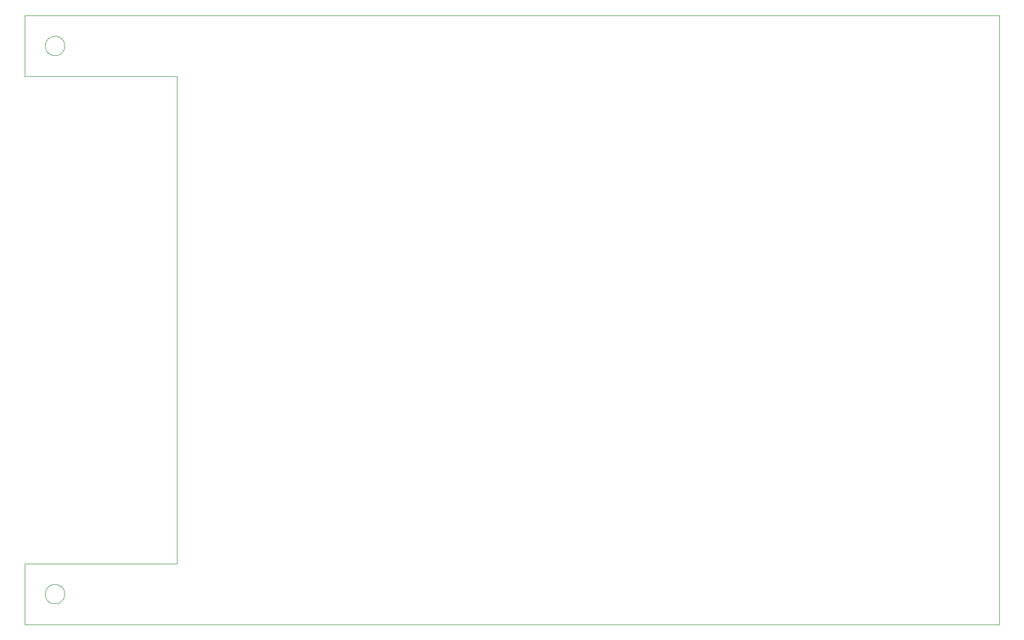
<source format=gbr>
G04 #@! TF.GenerationSoftware,KiCad,Pcbnew,(5.99.0-1588-g7ca069e63)*
G04 #@! TF.CreationDate,2020-05-10T11:49:47-06:00*
G04 #@! TF.ProjectId,module_proto,6d6f6475-6c65-45f7-9072-6f746f2e6b69,rev?*
G04 #@! TF.SameCoordinates,Original*
G04 #@! TF.FileFunction,Profile,NP*
%FSLAX46Y46*%
G04 Gerber Fmt 4.6, Leading zero omitted, Abs format (unit mm)*
G04 Created by KiCad (PCBNEW (5.99.0-1588-g7ca069e63)) date 2020-05-10 11:49:47*
%MOMM*%
%LPD*%
G01*
G04 APERTURE LIST*
G04 #@! TA.AperFunction,Profile*
%ADD10C,0.050000*%
G04 #@! TD*
G04 APERTURE END LIST*
D10*
X96600000Y-35000000D02*
G75*
G03*
X96600000Y-35000000I-1600000J0D01*
G01*
X96600000Y-125000000D02*
G75*
G03*
X96600000Y-125000000I-1600000J0D01*
G01*
X90000000Y-120000000D02*
X115000000Y-120000000D01*
X90000000Y-130000000D02*
X90000000Y-120000000D01*
X90000000Y-40000000D02*
X115000000Y-40000000D01*
X90000000Y-30000000D02*
X90000000Y-40000000D01*
X115000000Y-120000000D02*
X115000000Y-40000000D01*
X250000000Y-130000000D02*
X90000000Y-130000000D01*
X250000000Y-30000000D02*
X250000000Y-130000000D01*
X90000000Y-30000000D02*
X250000000Y-30000000D01*
M02*

</source>
